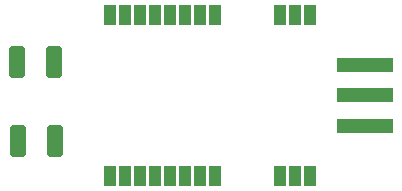
<source format=gtp>
G04 Layer: TopPasteMaskLayer*
G04 EasyEDA Pro v2.2.40.3, 2025-08-02 18:00:09*
G04 Gerber Generator version 0.3*
G04 Scale: 100 percent, Rotated: No, Reflected: No*
G04 Dimensions in millimeters*
G04 Leading zeros omitted, absolute positions, 4 integers and 5 decimals*
G04 Generated by one-click*
%FSLAX45Y45*%
%MOMM*%
%AMRoundRect*1,1,$1,$2,$3*1,1,$1,$4,$5*1,1,$1,0-$2,0-$3*1,1,$1,0-$4,0-$5*20,1,$1,$2,$3,$4,$5,0*20,1,$1,$4,$5,0-$2,0-$3,0*20,1,$1,0-$2,0-$3,0-$4,0-$5,0*20,1,$1,0-$4,0-$5,$2,$3,0*4,1,4,$2,$3,$4,$5,0-$2,0-$3,0-$4,0-$5,$2,$3,0*%
%ADD10RoundRect,0.5X-0.4125X1.1X0.4125X1.1*%
%ADD11R,4.79999X1.2*%
%ADD12R,1.0X1.7*%
%ADD13C,0.3597*%
G75*


G04 Pad Start*
G54D10*
G01X12300545Y-8085297D03*
G01X12613045Y-8085297D03*
G01X12302450Y-8750300D03*
G01X12614950Y-8750300D03*
G54D11*
G01X15240010Y-8624278D03*
G01X15240010Y-8114297D03*
G01X15240010Y-8369287D03*
G54D12*
G01X14781898Y-7684300D03*
G01X14654898Y-7684300D03*
G01X14527898Y-7684300D03*
G01X13970902Y-7684300D03*
G01X13843902Y-7684300D03*
G01X13716902Y-7684300D03*
G01X13589902Y-7684300D03*
G01X13462902Y-7684300D03*
G01X13335902Y-7684300D03*
G01X13208902Y-7684300D03*
G01X13081902Y-7684300D03*
G01X13081902Y-9054300D03*
G01X13208902Y-9054300D03*
G01X13335902Y-9054300D03*
G01X13462902Y-9054300D03*
G01X13589902Y-9054300D03*
G01X13716902Y-9054300D03*
G01X13843902Y-9054300D03*
G01X13970902Y-9054300D03*
G01X14527898Y-9054300D03*
G01X14654898Y-9054300D03*
G01X14781898Y-9054300D03*
G04 Pad End*

M02*


</source>
